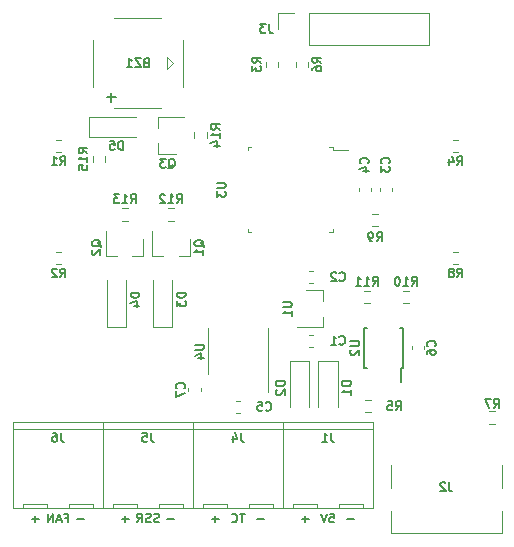
<source format=gbr>
%TF.GenerationSoftware,KiCad,Pcbnew,5.1.10*%
%TF.CreationDate,2021-05-04T11:05:08+02:00*%
%TF.ProjectId,Mainboard,4d61696e-626f-4617-9264-2e6b69636164,rev?*%
%TF.SameCoordinates,Original*%
%TF.FileFunction,Legend,Bot*%
%TF.FilePolarity,Positive*%
%FSLAX46Y46*%
G04 Gerber Fmt 4.6, Leading zero omitted, Abs format (unit mm)*
G04 Created by KiCad (PCBNEW 5.1.10) date 2021-05-04 11:05:08*
%MOMM*%
%LPD*%
G01*
G04 APERTURE LIST*
%ADD10C,0.150000*%
%ADD11C,0.120000*%
G04 APERTURE END LIST*
D10*
X-18479285Y-21303571D02*
X-19050714Y-21303571D01*
X-18765000Y-21589285D02*
X-18765000Y-21017857D01*
X-10859285Y-21303571D02*
X-11430714Y-21303571D01*
X-11145000Y-21589285D02*
X-11145000Y-21017857D01*
X-3239285Y-21303571D02*
X-3810714Y-21303571D01*
X-3525000Y-21589285D02*
X-3525000Y-21017857D01*
X-14669285Y-21303571D02*
X-15240714Y-21303571D01*
X-7049285Y-21303571D02*
X-7620714Y-21303571D01*
X570714Y-21303571D02*
X-714Y-21303571D01*
X4380714Y-21303571D02*
X3809285Y-21303571D01*
X4095000Y-21589285D02*
X4095000Y-21017857D01*
X8190714Y-21303571D02*
X7619285Y-21303571D01*
X-16252857Y-21196428D02*
X-16002857Y-21196428D01*
X-16002857Y-21589285D02*
X-16002857Y-20839285D01*
X-16360000Y-20839285D01*
X-16610000Y-21375000D02*
X-16967142Y-21375000D01*
X-16538571Y-21589285D02*
X-16788571Y-20839285D01*
X-17038571Y-21589285D01*
X-17288571Y-21589285D02*
X-17288571Y-20839285D01*
X-17717142Y-21589285D01*
X-17717142Y-20839285D01*
X-8293571Y-21553571D02*
X-8400714Y-21589285D01*
X-8579285Y-21589285D01*
X-8650714Y-21553571D01*
X-8686428Y-21517857D01*
X-8722142Y-21446428D01*
X-8722142Y-21375000D01*
X-8686428Y-21303571D01*
X-8650714Y-21267857D01*
X-8579285Y-21232142D01*
X-8436428Y-21196428D01*
X-8365000Y-21160714D01*
X-8329285Y-21125000D01*
X-8293571Y-21053571D01*
X-8293571Y-20982142D01*
X-8329285Y-20910714D01*
X-8365000Y-20875000D01*
X-8436428Y-20839285D01*
X-8615000Y-20839285D01*
X-8722142Y-20875000D01*
X-9007857Y-21553571D02*
X-9115000Y-21589285D01*
X-9293571Y-21589285D01*
X-9365000Y-21553571D01*
X-9400714Y-21517857D01*
X-9436428Y-21446428D01*
X-9436428Y-21375000D01*
X-9400714Y-21303571D01*
X-9365000Y-21267857D01*
X-9293571Y-21232142D01*
X-9150714Y-21196428D01*
X-9079285Y-21160714D01*
X-9043571Y-21125000D01*
X-9007857Y-21053571D01*
X-9007857Y-20982142D01*
X-9043571Y-20910714D01*
X-9079285Y-20875000D01*
X-9150714Y-20839285D01*
X-9329285Y-20839285D01*
X-9436428Y-20875000D01*
X-10186428Y-21589285D02*
X-9936428Y-21232142D01*
X-9757857Y-21589285D02*
X-9757857Y-20839285D01*
X-10043571Y-20839285D01*
X-10115000Y-20875000D01*
X-10150714Y-20910714D01*
X-10186428Y-20982142D01*
X-10186428Y-21089285D01*
X-10150714Y-21160714D01*
X-10115000Y-21196428D01*
X-10043571Y-21232142D01*
X-9757857Y-21232142D01*
X-1030714Y-20839285D02*
X-1459285Y-20839285D01*
X-1244999Y-21589285D02*
X-1244999Y-20839285D01*
X-2137857Y-21517857D02*
X-2102142Y-21553571D01*
X-1994999Y-21589285D01*
X-1923571Y-21589285D01*
X-1816428Y-21553571D01*
X-1744999Y-21482142D01*
X-1709285Y-21410714D01*
X-1673571Y-21267857D01*
X-1673571Y-21160714D01*
X-1709285Y-21017857D01*
X-1744999Y-20946428D01*
X-1816428Y-20875000D01*
X-1923571Y-20839285D01*
X-1994999Y-20839285D01*
X-2102142Y-20875000D01*
X-2137857Y-20910714D01*
X6142857Y-20839285D02*
X6500000Y-20839285D01*
X6535714Y-21196428D01*
X6500000Y-21160714D01*
X6428571Y-21125000D01*
X6250000Y-21125000D01*
X6178571Y-21160714D01*
X6142857Y-21196428D01*
X6107142Y-21267857D01*
X6107142Y-21446428D01*
X6142857Y-21517857D01*
X6178571Y-21553571D01*
X6250000Y-21589285D01*
X6428571Y-21589285D01*
X6500000Y-21553571D01*
X6535714Y-21517857D01*
X5892857Y-20839285D02*
X5642857Y-21589285D01*
X5392857Y-20839285D01*
D11*
%TO.C,U4*%
X-4180000Y-7100000D02*
X-4180000Y-5150000D01*
X-4180000Y-7100000D02*
X-4180000Y-9050000D01*
X940000Y-7100000D02*
X940000Y-5150000D01*
X940000Y-7100000D02*
X940000Y-10550000D01*
%TO.C,U3*%
X-510000Y2990000D02*
X-810000Y2990000D01*
X-810000Y2990000D02*
X-810000Y3290000D01*
X6110000Y2990000D02*
X6410000Y2990000D01*
X6410000Y2990000D02*
X6410000Y3290000D01*
X-510000Y10210000D02*
X-810000Y10210000D01*
X-810000Y10210000D02*
X-810000Y9910000D01*
X6110000Y10210000D02*
X6410000Y10210000D01*
X6410000Y10210000D02*
X6410000Y9910000D01*
X6410000Y9910000D02*
X7725000Y9910000D01*
D10*
%TO.C,U2*%
X12375000Y-8475000D02*
X12150000Y-8475000D01*
X12375000Y-5125000D02*
X12075000Y-5125000D01*
X9025000Y-5125000D02*
X9325000Y-5125000D01*
X9025000Y-8475000D02*
X9325000Y-8475000D01*
X12375000Y-8475000D02*
X12375000Y-5125000D01*
X9025000Y-8475000D02*
X9025000Y-5125000D01*
X12150000Y-8475000D02*
X12150000Y-9700000D01*
D11*
%TO.C,U1*%
X5560000Y-1920000D02*
X5560000Y-2850000D01*
X5560000Y-5080000D02*
X5560000Y-4150000D01*
X5560000Y-5080000D02*
X3400000Y-5080000D01*
X5560000Y-1920000D02*
X4100000Y-1920000D01*
%TO.C,R15*%
X-12877500Y8962742D02*
X-12877500Y9437258D01*
X-13922500Y8962742D02*
X-13922500Y9437258D01*
%TO.C,R14*%
X-5322500Y11437258D02*
X-5322500Y10962742D01*
X-4277500Y11437258D02*
X-4277500Y10962742D01*
%TO.C,R13*%
X-11437258Y3977500D02*
X-10962742Y3977500D01*
X-11437258Y5022500D02*
X-10962742Y5022500D01*
%TO.C,R12*%
X-7537258Y3977500D02*
X-7062742Y3977500D01*
X-7537258Y5022500D02*
X-7062742Y5022500D01*
%TO.C,R11*%
X9062742Y-3022500D02*
X9537258Y-3022500D01*
X9062742Y-1977500D02*
X9537258Y-1977500D01*
%TO.C,R10*%
X12837258Y-1977500D02*
X12362742Y-1977500D01*
X12837258Y-3022500D02*
X12362742Y-3022500D01*
%TO.C,R9*%
X9762742Y3477500D02*
X10237258Y3477500D01*
X9762742Y4522500D02*
X10237258Y4522500D01*
%TO.C,R8*%
X16562742Y277500D02*
X17037258Y277500D01*
X16562742Y1322500D02*
X17037258Y1322500D01*
%TO.C,R7*%
X19662742Y-13222500D02*
X20137258Y-13222500D01*
X19662742Y-12177500D02*
X20137258Y-12177500D01*
%TO.C,R6*%
X3277500Y17437258D02*
X3277500Y16962742D01*
X4322500Y17437258D02*
X4322500Y16962742D01*
%TO.C,R5*%
X9637258Y-11227500D02*
X9162742Y-11227500D01*
X9637258Y-12272500D02*
X9162742Y-12272500D01*
%TO.C,R4*%
X16562742Y9777500D02*
X17037258Y9777500D01*
X16562742Y10822500D02*
X17037258Y10822500D01*
%TO.C,R3*%
X737500Y17437258D02*
X737500Y16962742D01*
X1782500Y17437258D02*
X1782500Y16962742D01*
%TO.C,R2*%
X-16562742Y1322500D02*
X-17037258Y1322500D01*
X-16562742Y277500D02*
X-17037258Y277500D01*
%TO.C,R1*%
X-16562742Y10822500D02*
X-17037258Y10822500D01*
X-16562742Y9777500D02*
X-17037258Y9777500D01*
%TO.C,Q3*%
X-8360000Y9620000D02*
X-8360000Y10550000D01*
X-8360000Y12780000D02*
X-8360000Y11850000D01*
X-8360000Y12780000D02*
X-6200000Y12780000D01*
X-8360000Y9620000D02*
X-6900000Y9620000D01*
%TO.C,Q2*%
X-9620000Y940000D02*
X-10550000Y940000D01*
X-12780000Y940000D02*
X-11850000Y940000D01*
X-12780000Y940000D02*
X-12780000Y3100000D01*
X-9620000Y940000D02*
X-9620000Y2400000D01*
%TO.C,Q1*%
X-5720000Y940000D02*
X-6650000Y940000D01*
X-8880000Y940000D02*
X-7950000Y940000D01*
X-8880000Y940000D02*
X-8880000Y3100000D01*
X-5720000Y940000D02*
X-5720000Y2400000D01*
%TO.C,J6*%
X-13050000Y-13100000D02*
X-20670000Y-13100000D01*
X-20670000Y-20400000D02*
X-20670000Y-13100000D01*
X-20670000Y-20400000D02*
X-13050000Y-20400000D01*
X-13050000Y-20400000D02*
X-13050000Y-13100000D01*
X-13060000Y-13700000D02*
X-20660000Y-13700000D01*
X-13910000Y-20000000D02*
X-15960000Y-20000000D01*
X-19810000Y-20000000D02*
X-17760000Y-20000000D01*
X-19810000Y-20000000D02*
X-19810000Y-20400000D01*
X-17760000Y-20000000D02*
X-17760000Y-20400000D01*
X-13910000Y-20000000D02*
X-13910000Y-20400000D01*
X-15960000Y-20000000D02*
X-15960000Y-20400000D01*
%TO.C,J5*%
X-5430000Y-13100000D02*
X-13050000Y-13100000D01*
X-13050000Y-20400000D02*
X-13050000Y-13100000D01*
X-13050000Y-20400000D02*
X-5430000Y-20400000D01*
X-5430000Y-20400000D02*
X-5430000Y-13100000D01*
X-5440000Y-13700000D02*
X-13040000Y-13700000D01*
X-6290000Y-20000000D02*
X-8340000Y-20000000D01*
X-12190000Y-20000000D02*
X-10140000Y-20000000D01*
X-12190000Y-20000000D02*
X-12190000Y-20400000D01*
X-10140000Y-20000000D02*
X-10140000Y-20400000D01*
X-6290000Y-20000000D02*
X-6290000Y-20400000D01*
X-8340000Y-20000000D02*
X-8340000Y-20400000D01*
%TO.C,J4*%
X2190000Y-13100000D02*
X-5430000Y-13100000D01*
X-5430000Y-20400000D02*
X-5430000Y-13100000D01*
X-5430000Y-20400000D02*
X2190000Y-20400000D01*
X2190000Y-20400000D02*
X2190000Y-13100000D01*
X2180000Y-13700000D02*
X-5420000Y-13700000D01*
X1330000Y-20000000D02*
X-720000Y-20000000D01*
X-4570000Y-20000000D02*
X-2520000Y-20000000D01*
X-4570000Y-20000000D02*
X-4570000Y-20400000D01*
X-2520000Y-20000000D02*
X-2520000Y-20400000D01*
X1330000Y-20000000D02*
X1330000Y-20400000D01*
X-720000Y-20000000D02*
X-720000Y-20400000D01*
%TO.C,J3*%
X14590000Y21530000D02*
X14590000Y18870000D01*
X4370000Y21530000D02*
X14590000Y21530000D01*
X4370000Y18870000D02*
X14590000Y18870000D01*
X4370000Y21530000D02*
X4370000Y18870000D01*
X3100000Y21530000D02*
X1770000Y21530000D01*
X1770000Y21530000D02*
X1770000Y20200000D01*
%TO.C,J2*%
X20700000Y-20600000D02*
X20700000Y-22500000D01*
X20700000Y-16700000D02*
X20700000Y-18700000D01*
X11300000Y-20600000D02*
X11300000Y-22500000D01*
X11300000Y-16700000D02*
X11300000Y-18700000D01*
X20700000Y-22500000D02*
X11300000Y-22500000D01*
%TO.C,J1*%
X9810000Y-13100000D02*
X2190000Y-13100000D01*
X2190000Y-20400000D02*
X2190000Y-13100000D01*
X2190000Y-20400000D02*
X9810000Y-20400000D01*
X9810000Y-20400000D02*
X9810000Y-13100000D01*
X9800000Y-13700000D02*
X2200000Y-13700000D01*
X8950000Y-20000000D02*
X6900000Y-20000000D01*
X3050000Y-20000000D02*
X5100000Y-20000000D01*
X3050000Y-20000000D02*
X3050000Y-20400000D01*
X5100000Y-20000000D02*
X5100000Y-20400000D01*
X8950000Y-20000000D02*
X8950000Y-20400000D01*
X6900000Y-20000000D02*
X6900000Y-20400000D01*
%TO.C,D5*%
X-14200000Y11075000D02*
X-14200000Y12725000D01*
X-14200000Y12725000D02*
X-10250000Y12725000D01*
X-14200000Y11075000D02*
X-10250000Y11075000D01*
%TO.C,D4*%
X-11075000Y-5000000D02*
X-12725000Y-5000000D01*
X-12725000Y-5000000D02*
X-12725000Y-1050000D01*
X-11075000Y-5000000D02*
X-11075000Y-1050000D01*
%TO.C,D3*%
X-7175000Y-5000000D02*
X-8825000Y-5000000D01*
X-8825000Y-5000000D02*
X-8825000Y-1050000D01*
X-7175000Y-5000000D02*
X-7175000Y-1050000D01*
%TO.C,D2*%
X2775000Y-7900000D02*
X4425000Y-7900000D01*
X4425000Y-7900000D02*
X4425000Y-11850000D01*
X2775000Y-7900000D02*
X2775000Y-11850000D01*
%TO.C,D1*%
X5175000Y-7900000D02*
X6825000Y-7900000D01*
X6825000Y-7900000D02*
X6825000Y-11850000D01*
X5175000Y-7900000D02*
X5175000Y-11850000D01*
%TO.C,C7*%
X-5810000Y-10209420D02*
X-5810000Y-10490580D01*
X-4790000Y-10209420D02*
X-4790000Y-10490580D01*
%TO.C,C6*%
X13090000Y-6659420D02*
X13090000Y-6940580D01*
X14110000Y-6659420D02*
X14110000Y-6940580D01*
%TO.C,C5*%
X-1760580Y-12310000D02*
X-1479420Y-12310000D01*
X-1760580Y-11290000D02*
X-1479420Y-11290000D01*
%TO.C,C4*%
X8590000Y6740580D02*
X8590000Y6459420D01*
X9610000Y6740580D02*
X9610000Y6459420D01*
%TO.C,C3*%
X10390000Y6740580D02*
X10390000Y6459420D01*
X11410000Y6740580D02*
X11410000Y6459420D01*
%TO.C,C2*%
X4409420Y-1310000D02*
X4690580Y-1310000D01*
X4409420Y-290000D02*
X4690580Y-290000D01*
%TO.C,C1*%
X4409420Y-6710000D02*
X4690580Y-6710000D01*
X4409420Y-5690000D02*
X4690580Y-5690000D01*
%TO.C,BZ1*%
X-6300000Y19300000D02*
X-6300000Y15300000D01*
X-12100000Y21100000D02*
X-8100000Y21100000D01*
X-13900000Y15300000D02*
X-13900000Y19300000D01*
X-8100000Y13500000D02*
X-12100000Y13500000D01*
X-7600000Y16800000D02*
X-7600000Y17800000D01*
X-7600000Y17800000D02*
X-7100000Y17300000D01*
X-7100000Y17300000D02*
X-7600000Y16800000D01*
%TO.C,U4*%
D10*
X-5260714Y-6528571D02*
X-4653571Y-6528571D01*
X-4582142Y-6564285D01*
X-4546428Y-6600000D01*
X-4510714Y-6671428D01*
X-4510714Y-6814285D01*
X-4546428Y-6885714D01*
X-4582142Y-6921428D01*
X-4653571Y-6957142D01*
X-5260714Y-6957142D01*
X-5010714Y-7635714D02*
X-4510714Y-7635714D01*
X-5296428Y-7457142D02*
X-4760714Y-7278571D01*
X-4760714Y-7742857D01*
%TO.C,U3*%
X-3410714Y7171428D02*
X-2803571Y7171428D01*
X-2732142Y7135714D01*
X-2696428Y7100000D01*
X-2660714Y7028571D01*
X-2660714Y6885714D01*
X-2696428Y6814285D01*
X-2732142Y6778571D01*
X-2803571Y6742857D01*
X-3410714Y6742857D01*
X-3410714Y6457142D02*
X-3410714Y5992857D01*
X-3125000Y6242857D01*
X-3125000Y6135714D01*
X-3089285Y6064285D01*
X-3053571Y6028571D01*
X-2982142Y5992857D01*
X-2803571Y5992857D01*
X-2732142Y6028571D01*
X-2696428Y6064285D01*
X-2660714Y6135714D01*
X-2660714Y6350000D01*
X-2696428Y6421428D01*
X-2732142Y6457142D01*
%TO.C,U2*%
X7889285Y-6228571D02*
X8496428Y-6228571D01*
X8567857Y-6264285D01*
X8603571Y-6300000D01*
X8639285Y-6371428D01*
X8639285Y-6514285D01*
X8603571Y-6585714D01*
X8567857Y-6621428D01*
X8496428Y-6657142D01*
X7889285Y-6657142D01*
X7960714Y-6978571D02*
X7925000Y-7014285D01*
X7889285Y-7085714D01*
X7889285Y-7264285D01*
X7925000Y-7335714D01*
X7960714Y-7371428D01*
X8032142Y-7407142D01*
X8103571Y-7407142D01*
X8210714Y-7371428D01*
X8639285Y-6942857D01*
X8639285Y-7407142D01*
%TO.C,U1*%
X2189285Y-2928571D02*
X2796428Y-2928571D01*
X2867857Y-2964285D01*
X2903571Y-3000000D01*
X2939285Y-3071428D01*
X2939285Y-3214285D01*
X2903571Y-3285714D01*
X2867857Y-3321428D01*
X2796428Y-3357142D01*
X2189285Y-3357142D01*
X2939285Y-4107142D02*
X2939285Y-3678571D01*
X2939285Y-3892857D02*
X2189285Y-3892857D01*
X2296428Y-3821428D01*
X2367857Y-3750000D01*
X2403571Y-3678571D01*
%TO.C,R15*%
X-14360714Y9682142D02*
X-14717857Y9932142D01*
X-14360714Y10110714D02*
X-15110714Y10110714D01*
X-15110714Y9825000D01*
X-15075000Y9753571D01*
X-15039285Y9717857D01*
X-14967857Y9682142D01*
X-14860714Y9682142D01*
X-14789285Y9717857D01*
X-14753571Y9753571D01*
X-14717857Y9825000D01*
X-14717857Y10110714D01*
X-14360714Y8967857D02*
X-14360714Y9396428D01*
X-14360714Y9182142D02*
X-15110714Y9182142D01*
X-15003571Y9253571D01*
X-14932142Y9325000D01*
X-14896428Y9396428D01*
X-15110714Y8289285D02*
X-15110714Y8646428D01*
X-14753571Y8682142D01*
X-14789285Y8646428D01*
X-14825000Y8575000D01*
X-14825000Y8396428D01*
X-14789285Y8325000D01*
X-14753571Y8289285D01*
X-14682142Y8253571D01*
X-14503571Y8253571D01*
X-14432142Y8289285D01*
X-14396428Y8325000D01*
X-14360714Y8396428D01*
X-14360714Y8575000D01*
X-14396428Y8646428D01*
X-14432142Y8682142D01*
%TO.C,R14*%
X-3160714Y11682142D02*
X-3517857Y11932142D01*
X-3160714Y12110714D02*
X-3910714Y12110714D01*
X-3910714Y11825000D01*
X-3875000Y11753571D01*
X-3839285Y11717857D01*
X-3767857Y11682142D01*
X-3660714Y11682142D01*
X-3589285Y11717857D01*
X-3553571Y11753571D01*
X-3517857Y11825000D01*
X-3517857Y12110714D01*
X-3160714Y10967857D02*
X-3160714Y11396428D01*
X-3160714Y11182142D02*
X-3910714Y11182142D01*
X-3803571Y11253571D01*
X-3732142Y11325000D01*
X-3696428Y11396428D01*
X-3660714Y10325000D02*
X-3160714Y10325000D01*
X-3946428Y10503571D02*
X-3410714Y10682142D01*
X-3410714Y10217857D01*
%TO.C,R13*%
X-10717857Y5460714D02*
X-10467857Y5817857D01*
X-10289285Y5460714D02*
X-10289285Y6210714D01*
X-10575000Y6210714D01*
X-10646428Y6175000D01*
X-10682142Y6139285D01*
X-10717857Y6067857D01*
X-10717857Y5960714D01*
X-10682142Y5889285D01*
X-10646428Y5853571D01*
X-10575000Y5817857D01*
X-10289285Y5817857D01*
X-11432142Y5460714D02*
X-11003571Y5460714D01*
X-11217857Y5460714D02*
X-11217857Y6210714D01*
X-11146428Y6103571D01*
X-11075000Y6032142D01*
X-11003571Y5996428D01*
X-11682142Y6210714D02*
X-12146428Y6210714D01*
X-11896428Y5925000D01*
X-12003571Y5925000D01*
X-12075000Y5889285D01*
X-12110714Y5853571D01*
X-12146428Y5782142D01*
X-12146428Y5603571D01*
X-12110714Y5532142D01*
X-12075000Y5496428D01*
X-12003571Y5460714D01*
X-11789285Y5460714D01*
X-11717857Y5496428D01*
X-11682142Y5532142D01*
%TO.C,R12*%
X-6817857Y5460714D02*
X-6567857Y5817857D01*
X-6389285Y5460714D02*
X-6389285Y6210714D01*
X-6675000Y6210714D01*
X-6746428Y6175000D01*
X-6782142Y6139285D01*
X-6817857Y6067857D01*
X-6817857Y5960714D01*
X-6782142Y5889285D01*
X-6746428Y5853571D01*
X-6675000Y5817857D01*
X-6389285Y5817857D01*
X-7532142Y5460714D02*
X-7103571Y5460714D01*
X-7317857Y5460714D02*
X-7317857Y6210714D01*
X-7246428Y6103571D01*
X-7175000Y6032142D01*
X-7103571Y5996428D01*
X-7817857Y6139285D02*
X-7853571Y6175000D01*
X-7925000Y6210714D01*
X-8103571Y6210714D01*
X-8175000Y6175000D01*
X-8210714Y6139285D01*
X-8246428Y6067857D01*
X-8246428Y5996428D01*
X-8210714Y5889285D01*
X-7782142Y5460714D01*
X-8246428Y5460714D01*
%TO.C,R11*%
X9782142Y-1539285D02*
X10032142Y-1182142D01*
X10210714Y-1539285D02*
X10210714Y-789285D01*
X9925000Y-789285D01*
X9853571Y-825000D01*
X9817857Y-860714D01*
X9782142Y-932142D01*
X9782142Y-1039285D01*
X9817857Y-1110714D01*
X9853571Y-1146428D01*
X9925000Y-1182142D01*
X10210714Y-1182142D01*
X9067857Y-1539285D02*
X9496428Y-1539285D01*
X9282142Y-1539285D02*
X9282142Y-789285D01*
X9353571Y-896428D01*
X9425000Y-967857D01*
X9496428Y-1003571D01*
X8353571Y-1539285D02*
X8782142Y-1539285D01*
X8567857Y-1539285D02*
X8567857Y-789285D01*
X8639285Y-896428D01*
X8710714Y-967857D01*
X8782142Y-1003571D01*
%TO.C,R10*%
X13082142Y-1539285D02*
X13332142Y-1182142D01*
X13510714Y-1539285D02*
X13510714Y-789285D01*
X13225000Y-789285D01*
X13153571Y-825000D01*
X13117857Y-860714D01*
X13082142Y-932142D01*
X13082142Y-1039285D01*
X13117857Y-1110714D01*
X13153571Y-1146428D01*
X13225000Y-1182142D01*
X13510714Y-1182142D01*
X12367857Y-1539285D02*
X12796428Y-1539285D01*
X12582142Y-1539285D02*
X12582142Y-789285D01*
X12653571Y-896428D01*
X12725000Y-967857D01*
X12796428Y-1003571D01*
X11903571Y-789285D02*
X11832142Y-789285D01*
X11760714Y-825000D01*
X11725000Y-860714D01*
X11689285Y-932142D01*
X11653571Y-1075000D01*
X11653571Y-1253571D01*
X11689285Y-1396428D01*
X11725000Y-1467857D01*
X11760714Y-1503571D01*
X11832142Y-1539285D01*
X11903571Y-1539285D01*
X11975000Y-1503571D01*
X12010714Y-1467857D01*
X12046428Y-1396428D01*
X12082142Y-1253571D01*
X12082142Y-1075000D01*
X12046428Y-932142D01*
X12010714Y-860714D01*
X11975000Y-825000D01*
X11903571Y-789285D01*
%TO.C,R9*%
X10125000Y2230714D02*
X10375000Y2587857D01*
X10553571Y2230714D02*
X10553571Y2980714D01*
X10267857Y2980714D01*
X10196428Y2945000D01*
X10160714Y2909285D01*
X10125000Y2837857D01*
X10125000Y2730714D01*
X10160714Y2659285D01*
X10196428Y2623571D01*
X10267857Y2587857D01*
X10553571Y2587857D01*
X9767857Y2230714D02*
X9625000Y2230714D01*
X9553571Y2266428D01*
X9517857Y2302142D01*
X9446428Y2409285D01*
X9410714Y2552142D01*
X9410714Y2837857D01*
X9446428Y2909285D01*
X9482142Y2945000D01*
X9553571Y2980714D01*
X9696428Y2980714D01*
X9767857Y2945000D01*
X9803571Y2909285D01*
X9839285Y2837857D01*
X9839285Y2659285D01*
X9803571Y2587857D01*
X9767857Y2552142D01*
X9696428Y2516428D01*
X9553571Y2516428D01*
X9482142Y2552142D01*
X9446428Y2587857D01*
X9410714Y2659285D01*
%TO.C,R8*%
X16925000Y-839285D02*
X17175000Y-482142D01*
X17353571Y-839285D02*
X17353571Y-89285D01*
X17067857Y-89285D01*
X16996428Y-125000D01*
X16960714Y-160714D01*
X16925000Y-232142D01*
X16925000Y-339285D01*
X16960714Y-410714D01*
X16996428Y-446428D01*
X17067857Y-482142D01*
X17353571Y-482142D01*
X16496428Y-410714D02*
X16567857Y-375000D01*
X16603571Y-339285D01*
X16639285Y-267857D01*
X16639285Y-232142D01*
X16603571Y-160714D01*
X16567857Y-125000D01*
X16496428Y-89285D01*
X16353571Y-89285D01*
X16282142Y-125000D01*
X16246428Y-160714D01*
X16210714Y-232142D01*
X16210714Y-267857D01*
X16246428Y-339285D01*
X16282142Y-375000D01*
X16353571Y-410714D01*
X16496428Y-410714D01*
X16567857Y-446428D01*
X16603571Y-482142D01*
X16639285Y-553571D01*
X16639285Y-696428D01*
X16603571Y-767857D01*
X16567857Y-803571D01*
X16496428Y-839285D01*
X16353571Y-839285D01*
X16282142Y-803571D01*
X16246428Y-767857D01*
X16210714Y-696428D01*
X16210714Y-553571D01*
X16246428Y-482142D01*
X16282142Y-446428D01*
X16353571Y-410714D01*
%TO.C,R7*%
X20025000Y-11889285D02*
X20275000Y-11532142D01*
X20453571Y-11889285D02*
X20453571Y-11139285D01*
X20167857Y-11139285D01*
X20096428Y-11175000D01*
X20060714Y-11210714D01*
X20025000Y-11282142D01*
X20025000Y-11389285D01*
X20060714Y-11460714D01*
X20096428Y-11496428D01*
X20167857Y-11532142D01*
X20453571Y-11532142D01*
X19775000Y-11139285D02*
X19275000Y-11139285D01*
X19596428Y-11889285D01*
%TO.C,R6*%
X5439285Y17325000D02*
X5082142Y17575000D01*
X5439285Y17753571D02*
X4689285Y17753571D01*
X4689285Y17467857D01*
X4725000Y17396428D01*
X4760714Y17360714D01*
X4832142Y17325000D01*
X4939285Y17325000D01*
X5010714Y17360714D01*
X5046428Y17396428D01*
X5082142Y17467857D01*
X5082142Y17753571D01*
X4689285Y16682142D02*
X4689285Y16825000D01*
X4725000Y16896428D01*
X4760714Y16932142D01*
X4867857Y17003571D01*
X5010714Y17039285D01*
X5296428Y17039285D01*
X5367857Y17003571D01*
X5403571Y16967857D01*
X5439285Y16896428D01*
X5439285Y16753571D01*
X5403571Y16682142D01*
X5367857Y16646428D01*
X5296428Y16610714D01*
X5117857Y16610714D01*
X5046428Y16646428D01*
X5010714Y16682142D01*
X4975000Y16753571D01*
X4975000Y16896428D01*
X5010714Y16967857D01*
X5046428Y17003571D01*
X5117857Y17039285D01*
%TO.C,R5*%
X11725000Y-12089285D02*
X11975000Y-11732142D01*
X12153571Y-12089285D02*
X12153571Y-11339285D01*
X11867857Y-11339285D01*
X11796428Y-11375000D01*
X11760714Y-11410714D01*
X11725000Y-11482142D01*
X11725000Y-11589285D01*
X11760714Y-11660714D01*
X11796428Y-11696428D01*
X11867857Y-11732142D01*
X12153571Y-11732142D01*
X11046428Y-11339285D02*
X11403571Y-11339285D01*
X11439285Y-11696428D01*
X11403571Y-11660714D01*
X11332142Y-11625000D01*
X11153571Y-11625000D01*
X11082142Y-11660714D01*
X11046428Y-11696428D01*
X11010714Y-11767857D01*
X11010714Y-11946428D01*
X11046428Y-12017857D01*
X11082142Y-12053571D01*
X11153571Y-12089285D01*
X11332142Y-12089285D01*
X11403571Y-12053571D01*
X11439285Y-12017857D01*
%TO.C,R4*%
X16925000Y8660714D02*
X17175000Y9017857D01*
X17353571Y8660714D02*
X17353571Y9410714D01*
X17067857Y9410714D01*
X16996428Y9375000D01*
X16960714Y9339285D01*
X16925000Y9267857D01*
X16925000Y9160714D01*
X16960714Y9089285D01*
X16996428Y9053571D01*
X17067857Y9017857D01*
X17353571Y9017857D01*
X16282142Y9160714D02*
X16282142Y8660714D01*
X16460714Y9446428D02*
X16639285Y8910714D01*
X16175000Y8910714D01*
%TO.C,R3*%
X339285Y17325000D02*
X-17857Y17575000D01*
X339285Y17753571D02*
X-410714Y17753571D01*
X-410714Y17467857D01*
X-375000Y17396428D01*
X-339285Y17360714D01*
X-267857Y17325000D01*
X-160714Y17325000D01*
X-89285Y17360714D01*
X-53571Y17396428D01*
X-17857Y17467857D01*
X-17857Y17753571D01*
X-410714Y17075000D02*
X-410714Y16610714D01*
X-125000Y16860714D01*
X-125000Y16753571D01*
X-89285Y16682142D01*
X-53571Y16646428D01*
X17857Y16610714D01*
X196428Y16610714D01*
X267857Y16646428D01*
X303571Y16682142D01*
X339285Y16753571D01*
X339285Y16967857D01*
X303571Y17039285D01*
X267857Y17075000D01*
%TO.C,R2*%
X-16675000Y-839285D02*
X-16425000Y-482142D01*
X-16246428Y-839285D02*
X-16246428Y-89285D01*
X-16532142Y-89285D01*
X-16603571Y-125000D01*
X-16639285Y-160714D01*
X-16675000Y-232142D01*
X-16675000Y-339285D01*
X-16639285Y-410714D01*
X-16603571Y-446428D01*
X-16532142Y-482142D01*
X-16246428Y-482142D01*
X-16960714Y-160714D02*
X-16996428Y-125000D01*
X-17067857Y-89285D01*
X-17246428Y-89285D01*
X-17317857Y-125000D01*
X-17353571Y-160714D01*
X-17389285Y-232142D01*
X-17389285Y-303571D01*
X-17353571Y-410714D01*
X-16925000Y-839285D01*
X-17389285Y-839285D01*
%TO.C,R1*%
X-16675000Y8660714D02*
X-16425000Y9017857D01*
X-16246428Y8660714D02*
X-16246428Y9410714D01*
X-16532142Y9410714D01*
X-16603571Y9375000D01*
X-16639285Y9339285D01*
X-16675000Y9267857D01*
X-16675000Y9160714D01*
X-16639285Y9089285D01*
X-16603571Y9053571D01*
X-16532142Y9017857D01*
X-16246428Y9017857D01*
X-17389285Y8660714D02*
X-16960714Y8660714D01*
X-17175000Y8660714D02*
X-17175000Y9410714D01*
X-17103571Y9303571D01*
X-17032142Y9232142D01*
X-16960714Y9196428D01*
%TO.C,Q3*%
X-7528571Y8389285D02*
X-7457142Y8425000D01*
X-7385714Y8496428D01*
X-7278571Y8603571D01*
X-7207142Y8639285D01*
X-7135714Y8639285D01*
X-7171428Y8460714D02*
X-7100000Y8496428D01*
X-7028571Y8567857D01*
X-6992857Y8710714D01*
X-6992857Y8960714D01*
X-7028571Y9103571D01*
X-7100000Y9175000D01*
X-7171428Y9210714D01*
X-7314285Y9210714D01*
X-7385714Y9175000D01*
X-7457142Y9103571D01*
X-7492857Y8960714D01*
X-7492857Y8710714D01*
X-7457142Y8567857D01*
X-7385714Y8496428D01*
X-7314285Y8460714D01*
X-7171428Y8460714D01*
X-7742857Y9210714D02*
X-8207142Y9210714D01*
X-7957142Y8925000D01*
X-8064285Y8925000D01*
X-8135714Y8889285D01*
X-8171428Y8853571D01*
X-8207142Y8782142D01*
X-8207142Y8603571D01*
X-8171428Y8532142D01*
X-8135714Y8496428D01*
X-8064285Y8460714D01*
X-7850000Y8460714D01*
X-7778571Y8496428D01*
X-7742857Y8532142D01*
%TO.C,Q2*%
X-13189285Y1771428D02*
X-13225000Y1842857D01*
X-13296428Y1914285D01*
X-13403571Y2021428D01*
X-13439285Y2092857D01*
X-13439285Y2164285D01*
X-13260714Y2128571D02*
X-13296428Y2200000D01*
X-13367857Y2271428D01*
X-13510714Y2307142D01*
X-13760714Y2307142D01*
X-13903571Y2271428D01*
X-13975000Y2200000D01*
X-14010714Y2128571D01*
X-14010714Y1985714D01*
X-13975000Y1914285D01*
X-13903571Y1842857D01*
X-13760714Y1807142D01*
X-13510714Y1807142D01*
X-13367857Y1842857D01*
X-13296428Y1914285D01*
X-13260714Y1985714D01*
X-13260714Y2128571D01*
X-13939285Y1521428D02*
X-13975000Y1485714D01*
X-14010714Y1414285D01*
X-14010714Y1235714D01*
X-13975000Y1164285D01*
X-13939285Y1128571D01*
X-13867857Y1092857D01*
X-13796428Y1092857D01*
X-13689285Y1128571D01*
X-13260714Y1557142D01*
X-13260714Y1092857D01*
%TO.C,Q1*%
X-4489285Y1771428D02*
X-4525000Y1842857D01*
X-4596428Y1914285D01*
X-4703571Y2021428D01*
X-4739285Y2092857D01*
X-4739285Y2164285D01*
X-4560714Y2128571D02*
X-4596428Y2200000D01*
X-4667857Y2271428D01*
X-4810714Y2307142D01*
X-5060714Y2307142D01*
X-5203571Y2271428D01*
X-5275000Y2200000D01*
X-5310714Y2128571D01*
X-5310714Y1985714D01*
X-5275000Y1914285D01*
X-5203571Y1842857D01*
X-5060714Y1807142D01*
X-4810714Y1807142D01*
X-4667857Y1842857D01*
X-4596428Y1914285D01*
X-4560714Y1985714D01*
X-4560714Y2128571D01*
X-4560714Y1092857D02*
X-4560714Y1521428D01*
X-4560714Y1307142D02*
X-5310714Y1307142D01*
X-5203571Y1378571D01*
X-5132142Y1450000D01*
X-5096428Y1521428D01*
%TO.C,J6*%
X-16609999Y-13989285D02*
X-16609999Y-14525000D01*
X-16574285Y-14632142D01*
X-16502857Y-14703571D01*
X-16395714Y-14739285D01*
X-16324285Y-14739285D01*
X-17288571Y-13989285D02*
X-17145714Y-13989285D01*
X-17074285Y-14025000D01*
X-17038571Y-14060714D01*
X-16967142Y-14167857D01*
X-16931428Y-14310714D01*
X-16931428Y-14596428D01*
X-16967142Y-14667857D01*
X-17002857Y-14703571D01*
X-17074285Y-14739285D01*
X-17217142Y-14739285D01*
X-17288571Y-14703571D01*
X-17324285Y-14667857D01*
X-17360000Y-14596428D01*
X-17360000Y-14417857D01*
X-17324285Y-14346428D01*
X-17288571Y-14310714D01*
X-17217142Y-14275000D01*
X-17074285Y-14275000D01*
X-17002857Y-14310714D01*
X-16967142Y-14346428D01*
X-16931428Y-14417857D01*
%TO.C,J5*%
X-8990000Y-13989285D02*
X-8990000Y-14525000D01*
X-8954285Y-14632142D01*
X-8882857Y-14703571D01*
X-8775714Y-14739285D01*
X-8704285Y-14739285D01*
X-9704285Y-13989285D02*
X-9347142Y-13989285D01*
X-9311428Y-14346428D01*
X-9347142Y-14310714D01*
X-9418571Y-14275000D01*
X-9597142Y-14275000D01*
X-9668571Y-14310714D01*
X-9704285Y-14346428D01*
X-9740000Y-14417857D01*
X-9740000Y-14596428D01*
X-9704285Y-14667857D01*
X-9668571Y-14703571D01*
X-9597142Y-14739285D01*
X-9418571Y-14739285D01*
X-9347142Y-14703571D01*
X-9311428Y-14667857D01*
%TO.C,J4*%
X-1369999Y-13989285D02*
X-1369999Y-14525000D01*
X-1334285Y-14632142D01*
X-1262857Y-14703571D01*
X-1155714Y-14739285D01*
X-1084285Y-14739285D01*
X-2048571Y-14239285D02*
X-2048571Y-14739285D01*
X-1869999Y-13953571D02*
X-1691428Y-14489285D01*
X-2155714Y-14489285D01*
%TO.C,J3*%
X1020000Y20610714D02*
X1020000Y20075000D01*
X1055714Y19967857D01*
X1127142Y19896428D01*
X1234285Y19860714D01*
X1305714Y19860714D01*
X734285Y20610714D02*
X270000Y20610714D01*
X520000Y20325000D01*
X412857Y20325000D01*
X341428Y20289285D01*
X305714Y20253571D01*
X270000Y20182142D01*
X270000Y20003571D01*
X305714Y19932142D01*
X341428Y19896428D01*
X412857Y19860714D01*
X627142Y19860714D01*
X698571Y19896428D01*
X734285Y19932142D01*
%TO.C,J2*%
X16250000Y-18189285D02*
X16250000Y-18725000D01*
X16285714Y-18832142D01*
X16357142Y-18903571D01*
X16464285Y-18939285D01*
X16535714Y-18939285D01*
X15928571Y-18260714D02*
X15892857Y-18225000D01*
X15821428Y-18189285D01*
X15642857Y-18189285D01*
X15571428Y-18225000D01*
X15535714Y-18260714D01*
X15500000Y-18332142D01*
X15500000Y-18403571D01*
X15535714Y-18510714D01*
X15964285Y-18939285D01*
X15500000Y-18939285D01*
%TO.C,J1*%
X6250000Y-13989285D02*
X6250000Y-14525000D01*
X6285714Y-14632142D01*
X6357142Y-14703571D01*
X6464285Y-14739285D01*
X6535714Y-14739285D01*
X5500000Y-14739285D02*
X5928571Y-14739285D01*
X5714285Y-14739285D02*
X5714285Y-13989285D01*
X5785714Y-14096428D01*
X5857142Y-14167857D01*
X5928571Y-14203571D01*
%TO.C,D5*%
X-11346428Y9960714D02*
X-11346428Y10710714D01*
X-11525000Y10710714D01*
X-11632142Y10675000D01*
X-11703571Y10603571D01*
X-11739285Y10532142D01*
X-11775000Y10389285D01*
X-11775000Y10282142D01*
X-11739285Y10139285D01*
X-11703571Y10067857D01*
X-11632142Y9996428D01*
X-11525000Y9960714D01*
X-11346428Y9960714D01*
X-12453571Y10710714D02*
X-12096428Y10710714D01*
X-12060714Y10353571D01*
X-12096428Y10389285D01*
X-12167857Y10425000D01*
X-12346428Y10425000D01*
X-12417857Y10389285D01*
X-12453571Y10353571D01*
X-12489285Y10282142D01*
X-12489285Y10103571D01*
X-12453571Y10032142D01*
X-12417857Y9996428D01*
X-12346428Y9960714D01*
X-12167857Y9960714D01*
X-12096428Y9996428D01*
X-12060714Y10032142D01*
%TO.C,D4*%
X-9960714Y-2146428D02*
X-10710714Y-2146428D01*
X-10710714Y-2325000D01*
X-10675000Y-2432142D01*
X-10603571Y-2503571D01*
X-10532142Y-2539285D01*
X-10389285Y-2575000D01*
X-10282142Y-2575000D01*
X-10139285Y-2539285D01*
X-10067857Y-2503571D01*
X-9996428Y-2432142D01*
X-9960714Y-2325000D01*
X-9960714Y-2146428D01*
X-10460714Y-3217857D02*
X-9960714Y-3217857D01*
X-10746428Y-3039285D02*
X-10210714Y-2860714D01*
X-10210714Y-3325000D01*
%TO.C,D3*%
X-6060714Y-2146428D02*
X-6810714Y-2146428D01*
X-6810714Y-2325000D01*
X-6775000Y-2432142D01*
X-6703571Y-2503571D01*
X-6632142Y-2539285D01*
X-6489285Y-2575000D01*
X-6382142Y-2575000D01*
X-6239285Y-2539285D01*
X-6167857Y-2503571D01*
X-6096428Y-2432142D01*
X-6060714Y-2325000D01*
X-6060714Y-2146428D01*
X-6810714Y-2825000D02*
X-6810714Y-3289285D01*
X-6525000Y-3039285D01*
X-6525000Y-3146428D01*
X-6489285Y-3217857D01*
X-6453571Y-3253571D01*
X-6382142Y-3289285D01*
X-6203571Y-3289285D01*
X-6132142Y-3253571D01*
X-6096428Y-3217857D01*
X-6060714Y-3146428D01*
X-6060714Y-2932142D01*
X-6096428Y-2860714D01*
X-6132142Y-2825000D01*
%TO.C,D2*%
X2339285Y-9646428D02*
X1589285Y-9646428D01*
X1589285Y-9825000D01*
X1625000Y-9932142D01*
X1696428Y-10003571D01*
X1767857Y-10039285D01*
X1910714Y-10075000D01*
X2017857Y-10075000D01*
X2160714Y-10039285D01*
X2232142Y-10003571D01*
X2303571Y-9932142D01*
X2339285Y-9825000D01*
X2339285Y-9646428D01*
X1660714Y-10360714D02*
X1625000Y-10396428D01*
X1589285Y-10467857D01*
X1589285Y-10646428D01*
X1625000Y-10717857D01*
X1660714Y-10753571D01*
X1732142Y-10789285D01*
X1803571Y-10789285D01*
X1910714Y-10753571D01*
X2339285Y-10325000D01*
X2339285Y-10789285D01*
%TO.C,D1*%
X7939285Y-9646428D02*
X7189285Y-9646428D01*
X7189285Y-9825000D01*
X7225000Y-9932142D01*
X7296428Y-10003571D01*
X7367857Y-10039285D01*
X7510714Y-10075000D01*
X7617857Y-10075000D01*
X7760714Y-10039285D01*
X7832142Y-10003571D01*
X7903571Y-9932142D01*
X7939285Y-9825000D01*
X7939285Y-9646428D01*
X7939285Y-10789285D02*
X7939285Y-10360714D01*
X7939285Y-10575000D02*
X7189285Y-10575000D01*
X7296428Y-10503571D01*
X7367857Y-10432142D01*
X7403571Y-10360714D01*
%TO.C,C7*%
X-6182142Y-10225000D02*
X-6146428Y-10189285D01*
X-6110714Y-10082142D01*
X-6110714Y-10010714D01*
X-6146428Y-9903571D01*
X-6217857Y-9832142D01*
X-6289285Y-9796428D01*
X-6432142Y-9760714D01*
X-6539285Y-9760714D01*
X-6682142Y-9796428D01*
X-6753571Y-9832142D01*
X-6825000Y-9903571D01*
X-6860714Y-10010714D01*
X-6860714Y-10082142D01*
X-6825000Y-10189285D01*
X-6789285Y-10225000D01*
X-6860714Y-10475000D02*
X-6860714Y-10975000D01*
X-6110714Y-10653571D01*
%TO.C,C6*%
X15067857Y-6675000D02*
X15103571Y-6639285D01*
X15139285Y-6532142D01*
X15139285Y-6460714D01*
X15103571Y-6353571D01*
X15032142Y-6282142D01*
X14960714Y-6246428D01*
X14817857Y-6210714D01*
X14710714Y-6210714D01*
X14567857Y-6246428D01*
X14496428Y-6282142D01*
X14425000Y-6353571D01*
X14389285Y-6460714D01*
X14389285Y-6532142D01*
X14425000Y-6639285D01*
X14460714Y-6675000D01*
X14389285Y-7317857D02*
X14389285Y-7175000D01*
X14425000Y-7103571D01*
X14460714Y-7067857D01*
X14567857Y-6996428D01*
X14710714Y-6960714D01*
X14996428Y-6960714D01*
X15067857Y-6996428D01*
X15103571Y-7032142D01*
X15139285Y-7103571D01*
X15139285Y-7246428D01*
X15103571Y-7317857D01*
X15067857Y-7353571D01*
X14996428Y-7389285D01*
X14817857Y-7389285D01*
X14746428Y-7353571D01*
X14710714Y-7317857D01*
X14675000Y-7246428D01*
X14675000Y-7103571D01*
X14710714Y-7032142D01*
X14746428Y-6996428D01*
X14817857Y-6960714D01*
%TO.C,C5*%
X725000Y-12067857D02*
X760714Y-12103571D01*
X867857Y-12139285D01*
X939285Y-12139285D01*
X1046428Y-12103571D01*
X1117857Y-12032142D01*
X1153571Y-11960714D01*
X1189285Y-11817857D01*
X1189285Y-11710714D01*
X1153571Y-11567857D01*
X1117857Y-11496428D01*
X1046428Y-11425000D01*
X939285Y-11389285D01*
X867857Y-11389285D01*
X760714Y-11425000D01*
X725000Y-11460714D01*
X46428Y-11389285D02*
X403571Y-11389285D01*
X439285Y-11746428D01*
X403571Y-11710714D01*
X332142Y-11675000D01*
X153571Y-11675000D01*
X82142Y-11710714D01*
X46428Y-11746428D01*
X10714Y-11817857D01*
X10714Y-11996428D01*
X46428Y-12067857D01*
X82142Y-12103571D01*
X153571Y-12139285D01*
X332142Y-12139285D01*
X403571Y-12103571D01*
X439285Y-12067857D01*
%TO.C,C4*%
X9367857Y8825000D02*
X9403571Y8860714D01*
X9439285Y8967857D01*
X9439285Y9039285D01*
X9403571Y9146428D01*
X9332142Y9217857D01*
X9260714Y9253571D01*
X9117857Y9289285D01*
X9010714Y9289285D01*
X8867857Y9253571D01*
X8796428Y9217857D01*
X8725000Y9146428D01*
X8689285Y9039285D01*
X8689285Y8967857D01*
X8725000Y8860714D01*
X8760714Y8825000D01*
X8939285Y8182142D02*
X9439285Y8182142D01*
X8653571Y8360714D02*
X9189285Y8539285D01*
X9189285Y8075000D01*
%TO.C,C3*%
X11167857Y8825000D02*
X11203571Y8860714D01*
X11239285Y8967857D01*
X11239285Y9039285D01*
X11203571Y9146428D01*
X11132142Y9217857D01*
X11060714Y9253571D01*
X10917857Y9289285D01*
X10810714Y9289285D01*
X10667857Y9253571D01*
X10596428Y9217857D01*
X10525000Y9146428D01*
X10489285Y9039285D01*
X10489285Y8967857D01*
X10525000Y8860714D01*
X10560714Y8825000D01*
X10489285Y8575000D02*
X10489285Y8110714D01*
X10775000Y8360714D01*
X10775000Y8253571D01*
X10810714Y8182142D01*
X10846428Y8146428D01*
X10917857Y8110714D01*
X11096428Y8110714D01*
X11167857Y8146428D01*
X11203571Y8182142D01*
X11239285Y8253571D01*
X11239285Y8467857D01*
X11203571Y8539285D01*
X11167857Y8575000D01*
%TO.C,C2*%
X6975000Y-1067857D02*
X7010714Y-1103571D01*
X7117857Y-1139285D01*
X7189285Y-1139285D01*
X7296428Y-1103571D01*
X7367857Y-1032142D01*
X7403571Y-960714D01*
X7439285Y-817857D01*
X7439285Y-710714D01*
X7403571Y-567857D01*
X7367857Y-496428D01*
X7296428Y-425000D01*
X7189285Y-389285D01*
X7117857Y-389285D01*
X7010714Y-425000D01*
X6975000Y-460714D01*
X6689285Y-460714D02*
X6653571Y-425000D01*
X6582142Y-389285D01*
X6403571Y-389285D01*
X6332142Y-425000D01*
X6296428Y-460714D01*
X6260714Y-532142D01*
X6260714Y-603571D01*
X6296428Y-710714D01*
X6725000Y-1139285D01*
X6260714Y-1139285D01*
%TO.C,C1*%
X6975000Y-6467857D02*
X7010714Y-6503571D01*
X7117857Y-6539285D01*
X7189285Y-6539285D01*
X7296428Y-6503571D01*
X7367857Y-6432142D01*
X7403571Y-6360714D01*
X7439285Y-6217857D01*
X7439285Y-6110714D01*
X7403571Y-5967857D01*
X7367857Y-5896428D01*
X7296428Y-5825000D01*
X7189285Y-5789285D01*
X7117857Y-5789285D01*
X7010714Y-5825000D01*
X6975000Y-5860714D01*
X6260714Y-6539285D02*
X6689285Y-6539285D01*
X6475000Y-6539285D02*
X6475000Y-5789285D01*
X6546428Y-5896428D01*
X6617857Y-5967857D01*
X6689285Y-6003571D01*
%TO.C,BZ1*%
X-9439285Y17353571D02*
X-9546428Y17317857D01*
X-9582142Y17282142D01*
X-9617857Y17210714D01*
X-9617857Y17103571D01*
X-9582142Y17032142D01*
X-9546428Y16996428D01*
X-9475000Y16960714D01*
X-9189285Y16960714D01*
X-9189285Y17710714D01*
X-9439285Y17710714D01*
X-9510714Y17675000D01*
X-9546428Y17639285D01*
X-9582142Y17567857D01*
X-9582142Y17496428D01*
X-9546428Y17425000D01*
X-9510714Y17389285D01*
X-9439285Y17353571D01*
X-9189285Y17353571D01*
X-9867857Y17710714D02*
X-10367857Y17710714D01*
X-9867857Y16960714D01*
X-10367857Y16960714D01*
X-11046428Y16960714D02*
X-10617857Y16960714D01*
X-10832142Y16960714D02*
X-10832142Y17710714D01*
X-10760714Y17603571D01*
X-10689285Y17532142D01*
X-10617857Y17496428D01*
X-12328571Y14780952D02*
X-12328571Y14019047D01*
X-11947619Y14400000D02*
X-12709523Y14400000D01*
%TD*%
M02*

</source>
